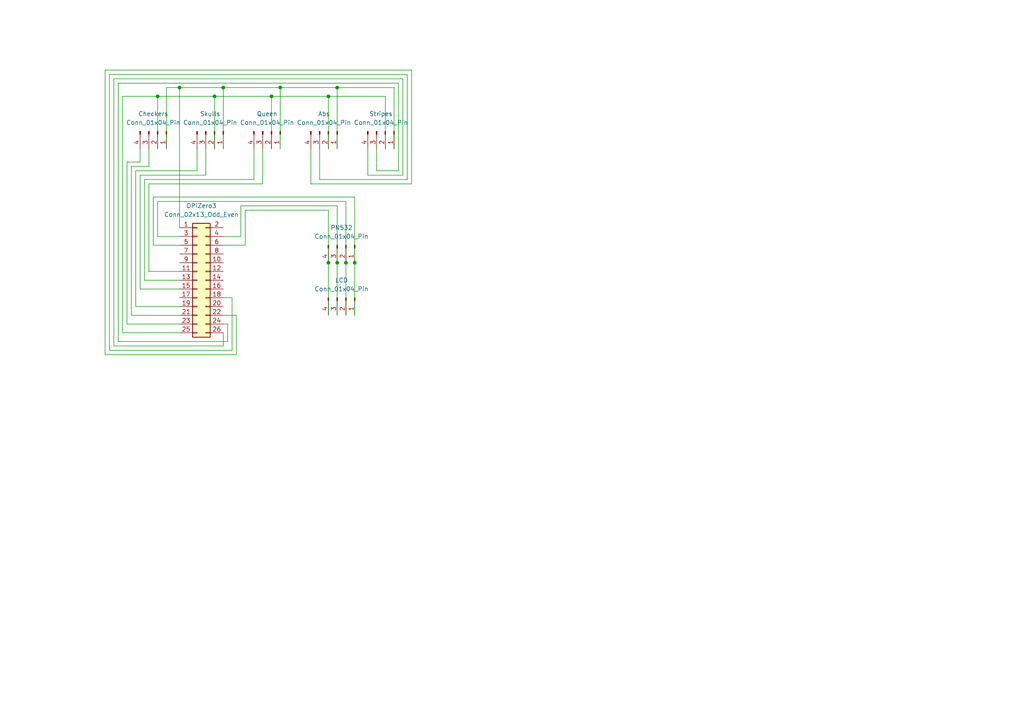
<source format=kicad_sch>
(kicad_sch (version 20231120) (generator "eeschema") (generator_version "8.0")
  (paper "A4")
  (lib_symbols
    (symbol "Conn_01x04_Pin_1" (pin_names (offset 1.016) hide)
      (property "Reference" "PN532" (at -5.08 -1.27 90))
      (property "Value" "Conn_01x04_Pin" (at -2.54 -1.27 90))
      (symbol "Conn_01x04_Pin_1_1_1"
        (polyline (pts (xy 1.27 -5.08) (xy 0.8636 -5.08)) (stroke (width 0.1524)))
        (polyline (pts (xy 1.27 -2.54) (xy 0.8636 -2.54)) (stroke (width 0.1524)))
        (polyline (pts (xy 1.27 0) (xy 0.8636 0)) (stroke (width 0.1524)))
        (polyline (pts (xy 1.27 2.54) (xy 0.8636 2.54)) (stroke (width 0.1524)))
        (rectangle (start 0.8636 -4.953) (end 0 -5.207) (stroke (width 0.1524)) (fill (type outline)))
        (rectangle (start 0.8636 -2.413) (end 0 -2.667) (stroke (width 0.1524)) (fill (type outline)))
        (rectangle (start 0.8636 0.127) (end 0 -0.127) (stroke (width 0.1524)) (fill (type outline)))
        (rectangle (start 0.8636 2.667) (end 0 2.413) (stroke (width 0.1524)) (fill (type outline)))
        (pin passive line (at 5.08 2.54 180) (length 3.81) (name "SCK") (number "1"))
        (pin passive line (at 5.08 0 180) (length 3.81) (name "SDA") (number "2"))
        (pin passive line (at 5.08 -2.54 180) (length 3.81) (name "VCC") (number "3"))
        (pin passive line (at 5.08 -5.08 180) (length 3.81) (name "GND") (number "4"))
      )
    )
    (symbol "Connector:Conn_01x04_Pin" (pin_names (offset 1.016) hide)
      (property "Reference" "J" (at 0 5.08 0))
      (property "Value" "Conn_01x04_Pin" (at 0 -7.62 0))
      (symbol "Conn_01x04_Pin_1_1"
        (polyline (pts (xy 1.27 -5.08) (xy 0.8636 -5.08)) (stroke (width 0.1524)))
        (polyline (pts (xy 1.27 -2.54) (xy 0.8636 -2.54)) (stroke (width 0.1524)))
        (polyline (pts (xy 1.27 0) (xy 0.8636 0)) (stroke (width 0.1524)))
        (polyline (pts (xy 1.27 2.54) (xy 0.8636 2.54)) (stroke (width 0.1524)))
        (rectangle (start 0.8636 -4.953) (end 0 -5.207) (stroke (width 0.1524)) (fill (type outline)))
        (rectangle (start 0.8636 -2.413) (end 0 -2.667) (stroke (width 0.1524)) (fill (type outline)))
        (rectangle (start 0.8636 0.127) (end 0 -0.127) (stroke (width 0.1524)) (fill (type outline)))
        (rectangle (start 0.8636 2.667) (end 0 2.413) (stroke (width 0.1524)) (fill (type outline)))
        (pin passive line (at 5.08 2.54 180) (length 3.81) (name "Pin_1") (number "1"))
        (pin passive line (at 5.08 0 180) (length 3.81) (name "Pin_2") (number "2"))
        (pin passive line (at 5.08 -2.54 180) (length 3.81) (name "Pin_3") (number "3"))
        (pin passive line (at 5.08 -5.08 180) (length 3.81) (name "Pin_4") (number "4"))
      )
    )
    (symbol "Connector_Generic:Conn_02x13_Odd_Even" (pin_names (offset 1.016) hide)
      (property "Reference" "OPiZero3" (at 1.27 21.59 0))
      (property "Value" "Conn_02x13_Odd_Even" (at 1.27 19.05 0))
      (symbol "Conn_02x13_Odd_Even_1_1"
        (rectangle (start -1.27 -15.113) (end 0 -15.367) (stroke (width 0.1524)))
        (rectangle (start -1.27 -12.573) (end 0 -12.827) (stroke (width 0.1524)))
        (rectangle (start -1.27 -10.033) (end 0 -10.287) (stroke (width 0.1524)))
        (rectangle (start -1.27 -7.493) (end 0 -7.747) (stroke (width 0.1524)))
        (rectangle (start -1.27 -4.953) (end 0 -5.207) (stroke (width 0.1524)))
        (rectangle (start -1.27 -2.413) (end 0 -2.667) (stroke (width 0.1524)))
        (rectangle (start -1.27 0.127) (end 0 -0.127) (stroke (width 0.1524)))
        (rectangle (start -1.27 2.667) (end 0 2.413) (stroke (width 0.1524)))
        (rectangle (start -1.27 5.207) (end 0 4.953) (stroke (width 0.1524)))
        (rectangle (start -1.27 7.747) (end 0 7.493) (stroke (width 0.1524)))
        (rectangle (start -1.27 10.287) (end 0 10.033) (stroke (width 0.1524)))
        (rectangle (start -1.27 12.827) (end 0 12.573) (stroke (width 0.1524)))
        (rectangle (start -1.27 15.367) (end 0 15.113) (stroke (width 0.1524)))
        (rectangle (start -1.27 16.51) (end 3.81 -16.51) (stroke (width 0.254)) (fill (type background)))
        (rectangle (start 3.81 -15.113) (end 2.54 -15.367) (stroke (width 0.1524)))
        (rectangle (start 3.81 -12.573) (end 2.54 -12.827) (stroke (width 0.1524)))
        (rectangle (start 3.81 -10.033) (end 2.54 -10.287) (stroke (width 0.1524)))
        (rectangle (start 3.81 -7.493) (end 2.54 -7.747) (stroke (width 0.1524)))
        (rectangle (start 3.81 -4.953) (end 2.54 -5.207) (stroke (width 0.1524)))
        (rectangle (start 3.81 -2.413) (end 2.54 -2.667) (stroke (width 0.1524)))
        (rectangle (start 3.81 0.127) (end 2.54 -0.127) (stroke (width 0.1524)))
        (rectangle (start 3.81 2.667) (end 2.54 2.413) (stroke (width 0.1524)))
        (rectangle (start 3.81 5.207) (end 2.54 4.953) (stroke (width 0.1524)))
        (rectangle (start 3.81 7.747) (end 2.54 7.493) (stroke (width 0.1524)))
        (rectangle (start 3.81 10.287) (end 2.54 10.033) (stroke (width 0.1524)))
        (rectangle (start 3.81 12.827) (end 2.54 12.573) (stroke (width 0.1524)))
        (rectangle (start 3.81 15.367) (end 2.54 15.113) (stroke (width 0.1524)))
        (pin power_out line (at -5.08 15.24 0) (length 3.81) (name "3.3V") (number "1"))
        (pin passive line (at 7.62 5.08 180) (length 3.81) (name "Pin_10") (number "10"))
        (pin bidirectional line (at -5.08 2.54 0) (length 3.81) (name "PC6") (number "11"))
        (pin passive line (at 7.62 2.54 180) (length 3.81) (name "Pin_12") (number "12"))
        (pin bidirectional line (at -5.08 0 0) (length 3.81) (name "PC5") (number "13"))
        (pin passive line (at 7.62 0 180) (length 3.81) (name "Pin_14") (number "14"))
        (pin bidirectional line (at -5.08 -2.54 0) (length 3.81) (name "PC8") (number "15"))
        (pin passive line (at 7.62 -2.54 180) (length 3.81) (name "Pin_16") (number "16"))
        (pin passive line (at -5.08 -5.08 0) (length 3.81) (name "Pin_17") (number "17"))
        (pin passive line (at 7.62 -5.08 180) (length 3.81) (name "Pin_18") (number "18"))
        (pin passive line (at -5.08 -7.62 0) (length 3.81) (name "Pin_19") (number "19"))
        (pin passive line (at 7.62 15.24 180) (length 3.81) (name "Pin_2") (number "2"))
        (pin passive line (at 7.62 -7.62 180) (length 3.81) (name "Pin_20") (number "20"))
        (pin passive line (at -5.08 -10.16 0) (length 3.81) (name "Pin_21") (number "21"))
        (pin passive line (at 7.62 -10.16 180) (length 3.81) (name "Pin_22") (number "22"))
        (pin passive line (at -5.08 -12.7 0) (length 3.81) (name "Pin_23") (number "23"))
        (pin passive line (at 7.62 -12.7 180) (length 3.81) (name "Pin_24") (number "24"))
        (pin passive line (at -5.08 -15.24 0) (length 3.81) (name "Pin_25") (number "25"))
        (pin passive line (at 7.62 -15.24 180) (length 3.81) (name "Pin_26") (number "26"))
        (pin bidirectional line (at -5.08 12.7 0) (length 3.81) (name "SDA") (number "3"))
        (pin passive line (at 7.62 12.7 180) (length 3.81) (name "Pin_4") (number "4"))
        (pin bidirectional line (at -5.08 10.16 0) (length 3.81) (name "SCK") (number "5"))
        (pin passive line (at 7.62 10.16 180) (length 3.81) (name "Pin_6") (number "6"))
        (pin bidirectional line (at -5.08 7.62 0) (length 3.81) (name "PC9") (number "7"))
        (pin passive line (at 7.62 7.62 180) (length 3.81) (name "Pin_8") (number "8"))
        (pin power_in line (at -5.08 5.08 0) (length 3.81) (name "GND") (number "9"))
      )
    )
  )
  (junction (at 45.72 27.94))
  (junction (at 52.07 25.4))
  (junction (at 95.25 76.2))
  (junction (at 62.23 27.94))
  (junction (at 95.25 27.94))
  (junction (at 100.33 76.2))
  (junction (at 97.79 76.2))
  (junction (at 102.87 76.2))
  (junction (at 97.79 25.4))
  (junction (at 78.74 27.94))
  (junction (at 81.28 25.4))
  (junction (at 64.77 25.4))
  (wire (pts (xy 100.33 58.42) (xy 100.33 76.2)))
  (wire (pts (xy 52.07 88.9) (xy 39.37 88.9)))
  (wire (pts (xy 43.18 43.18) (xy 43.18 48.26)))
  (wire (pts (xy 36.83 46.99) (xy 40.64 46.99)))
  (wire (pts (xy 90.17 53.34) (xy 119.38 53.34)))
  (wire (pts (xy 116.84 50.8) (xy 106.68 50.8)))
  (wire (pts (xy 52.07 68.58) (xy 45.72 68.58)))
  (wire (pts (xy 92.71 52.07) (xy 118.11 52.07)))
  (wire (pts (xy 52.07 83.82) (xy 40.64 83.82)))
  (wire (pts (xy 95.25 76.2) (xy 95.25 91.44)))
  (wire (pts (xy 76.2 43.18) (xy 76.2 53.34)))
  (wire (pts (xy 114.3 25.4) (xy 97.79 25.4)))
  (wire (pts (xy 43.18 53.34) (xy 76.2 53.34)))
  (wire (pts (xy 64.77 68.58) (xy 69.85 68.58)))
  (wire (pts (xy 30.48 102.87) (xy 30.48 20.32)))
  (wire (pts (xy 95.25 27.94) (xy 95.25 43.18)))
  (wire (pts (xy 115.57 24.13) (xy 34.29 24.13)))
  (wire (pts (xy 33.02 100.33) (xy 33.02 22.86)))
  (wire (pts (xy 31.75 21.59) (xy 118.11 21.59)))
  (wire (pts (xy 39.37 49.53) (xy 57.15 49.53)))
  (wire (pts (xy 102.87 57.15) (xy 102.87 76.2)))
  (wire (pts (xy 34.29 24.13) (xy 34.29 99.06)))
  (wire (pts (xy 45.72 58.42) (xy 100.33 58.42)))
  (wire (pts (xy 90.17 53.34) (xy 90.17 43.18)))
  (wire (pts (xy 67.31 86.36) (xy 64.77 86.36)))
  (wire (pts (xy 68.58 102.87) (xy 30.48 102.87)))
  (wire (pts (xy 62.23 43.18) (xy 62.23 27.94)))
  (wire (pts (xy 52.07 78.74) (xy 43.18 78.74)))
  (wire (pts (xy 64.77 71.12) (xy 71.12 71.12)))
  (wire (pts (xy 97.79 25.4) (xy 97.79 43.18)))
  (wire (pts (xy 116.84 22.86) (xy 116.84 50.8)))
  (wire (pts (xy 100.33 76.2) (xy 100.33 91.44)))
  (wire (pts (xy 36.83 93.98) (xy 36.83 46.99)))
  (wire (pts (xy 81.28 25.4) (xy 64.77 25.4)))
  (wire (pts (xy 41.91 81.28) (xy 41.91 52.07)))
  (wire (pts (xy 102.87 76.2) (xy 102.87 91.44)))
  (wire (pts (xy 68.58 91.44) (xy 64.77 91.44)))
  (wire (pts (xy 64.77 43.18) (xy 64.77 25.4)))
  (wire (pts (xy 118.11 21.59) (xy 118.11 52.07)))
  (wire (pts (xy 48.26 25.4) (xy 48.26 43.18)))
  (wire (pts (xy 78.74 27.94) (xy 78.74 43.18)))
  (wire (pts (xy 71.12 60.96) (xy 95.25 60.96)))
  (wire (pts (xy 73.66 43.18) (xy 73.66 52.07)))
  (wire (pts (xy 35.56 96.52) (xy 35.56 27.94)))
  (wire (pts (xy 67.31 101.6) (xy 31.75 101.6)))
  (wire (pts (xy 52.07 96.52) (xy 35.56 96.52)))
  (wire (pts (xy 109.22 43.18) (xy 109.22 49.53)))
  (wire (pts (xy 40.64 43.18) (xy 40.64 46.99)))
  (wire (pts (xy 62.23 27.94) (xy 78.74 27.94)))
  (wire (pts (xy 38.1 48.26) (xy 43.18 48.26)))
  (wire (pts (xy 69.85 68.58) (xy 69.85 59.69)))
  (wire (pts (xy 78.74 27.94) (xy 95.25 27.94)))
  (wire (pts (xy 59.69 43.18) (xy 59.69 50.8)))
  (wire (pts (xy 115.57 49.53) (xy 109.22 49.53)))
  (wire (pts (xy 71.12 71.12) (xy 71.12 60.96)))
  (wire (pts (xy 52.07 66.04) (xy 52.07 25.4)))
  (wire (pts (xy 40.64 50.8) (xy 59.69 50.8)))
  (wire (pts (xy 64.77 96.52) (xy 64.77 100.33)))
  (wire (pts (xy 66.04 99.06) (xy 66.04 93.98)))
  (wire (pts (xy 38.1 91.44) (xy 38.1 48.26)))
  (wire (pts (xy 95.25 27.94) (xy 111.76 27.94)))
  (wire (pts (xy 39.37 88.9) (xy 39.37 49.53)))
  (wire (pts (xy 111.76 27.94) (xy 111.76 43.18)))
  (wire (pts (xy 34.29 99.06) (xy 66.04 99.06)))
  (wire (pts (xy 30.48 20.32) (xy 119.38 20.32)))
  (wire (pts (xy 97.79 76.2) (xy 97.79 91.44)))
  (wire (pts (xy 95.25 60.96) (xy 95.25 76.2)))
  (wire (pts (xy 68.58 91.44) (xy 68.58 102.87)))
  (wire (pts (xy 81.28 43.18) (xy 81.28 25.4)))
  (wire (pts (xy 69.85 59.69) (xy 97.79 59.69)))
  (wire (pts (xy 45.72 68.58) (xy 45.72 58.42)))
  (wire (pts (xy 52.07 25.4) (xy 48.26 25.4)))
  (wire (pts (xy 119.38 20.32) (xy 119.38 53.34)))
  (wire (pts (xy 52.07 71.12) (xy 44.45 71.12)))
  (wire (pts (xy 52.07 91.44) (xy 38.1 91.44)))
  (wire (pts (xy 115.57 49.53) (xy 115.57 24.13)))
  (wire (pts (xy 97.79 25.4) (xy 81.28 25.4)))
  (wire (pts (xy 52.07 25.4) (xy 64.77 25.4)))
  (wire (pts (xy 52.07 81.28) (xy 41.91 81.28)))
  (wire (pts (xy 92.71 43.18) (xy 92.71 52.07)))
  (wire (pts (xy 67.31 86.36) (xy 67.31 101.6)))
  (wire (pts (xy 41.91 52.07) (xy 73.66 52.07)))
  (wire (pts (xy 40.64 83.82) (xy 40.64 50.8)))
  (wire (pts (xy 33.02 100.33) (xy 64.77 100.33)))
  (wire (pts (xy 35.56 27.94) (xy 45.72 27.94)))
  (wire (pts (xy 33.02 22.86) (xy 116.84 22.86)))
  (wire (pts (xy 106.68 50.8) (xy 106.68 43.18)))
  (wire (pts (xy 64.77 93.98) (xy 66.04 93.98)))
  (wire (pts (xy 52.07 93.98) (xy 36.83 93.98)))
  (wire (pts (xy 57.15 43.18) (xy 57.15 49.53)))
  (wire (pts (xy 43.18 78.74) (xy 43.18 53.34)))
  (wire (pts (xy 114.3 43.18) (xy 114.3 25.4)))
  (wire (pts (xy 45.72 43.18) (xy 45.72 27.94)))
  (wire (pts (xy 31.75 101.6) (xy 31.75 21.59)))
  (wire (pts (xy 97.79 59.69) (xy 97.79 76.2)))
  (wire (pts (xy 45.72 27.94) (xy 62.23 27.94)))
  (wire (pts (xy 44.45 71.12) (xy 44.45 57.15)))
  (wire (pts (xy 44.45 57.15) (xy 102.87 57.15)))
  (symbol (lib_id "Connector:Conn_01x04_Pin") (at 111.76 38.1 270) (unit 1)
    (property "Reference" "Stripes" (at 110.49 33.02 90))
    (property "Value" "Conn_01x04_Pin" (at 110.49 35.56 90))
    (property "Footprint" "Connector_JST:JST_XH_B4B-XH-A_1x04_P2.50mm_Vertical" (effects (hide yes)))
    (property "Description" "Generic connector, single row, 01x04, script generated" (effects (hide yes)))
  )
  (symbol (lib_name "Conn_01x04_Pin_1") (lib_id "Connector:Conn_01x04_Pin") (at 100.33 86.36 270) (unit 1)
    (property "Reference" "LCD" (at 99.06 81.28 90))
    (property "Value" "Conn_01x04_Pin" (at 99.06 83.82 90))
    (property "Footprint" "Connector_JST:JST_XH_B4B-XH-A_1x04_P2.50mm_Vertical" (effects (hide yes)))
    (property "Description" "Generic connector, single row, 01x04, script generated" (effects (hide yes)))
  )
  (symbol (lib_id "Connector_Generic:Conn_02x13_Odd_Even") (at 57.15 81.28 0) (unit 1)
    (property "Reference" "OPiZero3" (at 58.42 59.69 0))
    (property "Value" "Conn_02x13_Odd_Even" (at 58.42 62.23 0))
    (property "Footprint" "Connector_PinHeader_2.54mm:PinHeader_2x13_P2.54mm_Vertical" (effects (hide yes)))
    (property "Description" "Generic connector, double row, 02x13, odd/even pin numbering scheme (row 1 odd numbers, row 2 even numbers), script generated (kicad-library-utils/schlib/autogen/connector/)" (effects (hide yes)))
  )
  (symbol (lib_id "Connector:Conn_01x04_Pin") (at 95.25 38.1 270) (unit 1)
    (property "Reference" "Abs" (at 93.98 33.02 90))
    (property "Value" "Conn_01x04_Pin" (at 93.98 35.56 90))
    (property "Footprint" "Connector_JST:JST_XH_B4B-XH-A_1x04_P2.50mm_Vertical" (effects (hide yes)))
    (property "Description" "Generic connector, single row, 01x04, script generated" (effects (hide yes)))
  )
  (symbol (lib_id "Connector:Conn_01x04_Pin") (at 78.74 38.1 270) (unit 1)
    (property "Reference" "Queen" (at 77.47 33.02 90))
    (property "Value" "Conn_01x04_Pin" (at 77.47 35.56 90))
    (property "Footprint" "Connector_JST:JST_XH_B4B-XH-A_1x04_P2.50mm_Vertical" (effects (hide yes)))
    (property "Description" "Generic connector, single row, 01x04, script generated" (effects (hide yes)))
  )
  (symbol (lib_name "Conn_01x04_Pin_1") (lib_id "Connector:Conn_01x04_Pin") (at 100.33 71.12 270) (unit 1)
    (property "Reference" "PN532" (at 99.06 66.04 90))
    (property "Value" "Conn_01x04_Pin" (at 99.06 68.58 90))
    (property "Footprint" "Library:Solder Pads 01x04 2.54mm" (effects (hide yes)))
    (property "Description" "Generic connector, single row, 01x04, script generated" (effects (hide yes)))
  )
  (symbol (lib_id "Connector:Conn_01x04_Pin") (at 62.23 38.1 270) (unit 1)
    (property "Reference" "Skulls" (at 60.96 33.02 90))
    (property "Value" "Conn_01x04_Pin" (at 60.96 35.56 90))
    (property "Footprint" "Connector_JST:JST_XH_B4B-XH-A_1x04_P2.50mm_Vertical" (effects (hide yes)))
    (property "Description" "Generic connector, single row, 01x04, script generated" (effects (hide yes)))
  )
  (symbol (lib_id "Connector:Conn_01x04_Pin") (at 45.72 38.1 270) (unit 1)
    (property "Reference" "Checkers" (at 44.45 33.02 90))
    (property "Value" "Conn_01x04_Pin" (at 44.45 35.56 90))
    (property "Footprint" "Connector_JST:JST_XH_B4B-XH-A_1x04_P2.50mm_Vertical" (effects (hide yes)))
    (property "Description" "Generic connector, single row, 01x04, script generated" (effects (hide yes)))
  )
)
</source>
